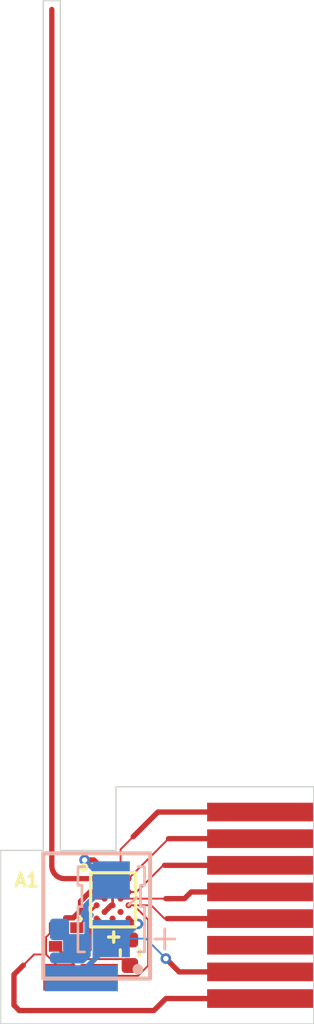
<source format=kicad_pcb>
(kicad_pcb (version 20240108) (generator "pcbnew") (generator_version "8.0")
  (layers (0 "F.Cu" signal) (31 "B.Cu" signal) (34 "B.Paste" user) (35 "F.Paste" user) (36 "B.SilkS" user "B.Silkscreen") (37 "F.SilkS" user "F.Silkscreen") (38 "B.Mask" user) (39 "F.Mask" user) (44 "Edge.Cuts" user))
  (net 0 "")
  (net 1 "/+VE")
  (net 2 "/GND")
  (net 3 "Net-(U1-RFIOp)")
  (net 5 "Net-(U1-XTAL32Mm)")
  (net 6 "Net-(U1-XTAL32Mp)")
  (net 7 "Net-(J1-Pin_2)")
  (net 8 "Net-(J1-Pin_3)")
  (net 9 "Net-(J1-Pin_4)")
  (net 10 "Net-(J1-Pin_5)")
  (net 11 "Net-(J1-Pin_6)")
  (net 12 "Net-(J1-Pin_1)")
  (footprint "Library:FPC_1x08_P1.00mm_plug_3mm" (layer "F.Cu") (at 156.95 90.5)
    (property "Reference" "J1" (hide yes))
    (property "Value" "Conn_01x08_Pin" (hide yes))
    (pad "1" connect rect (at 2 -3.5) (size 4 0.7) (layers "F.Cu" "F.Mask") (net 12 "Net-(J1-Pin_1)"))
    (pad "2" connect rect (at 2 -2.5) (size 4 0.7) (layers "F.Cu" "F.Mask") (net 7 "Net-(J1-Pin_2)"))
    (pad "3" connect rect (at 2 -1.5) (size 4 0.7) (layers "F.Cu" "F.Mask") (net 8 "Net-(J1-Pin_3)"))
    (pad "4" connect rect (at 2 -0.5) (size 4 0.7) (layers "F.Cu" "F.Mask") (net 9 "Net-(J1-Pin_4)"))
    (pad "5" connect rect (at 2 0.5) (size 4 0.7) (layers "F.Cu" "F.Mask") (net 10 "Net-(J1-Pin_5)"))
    (pad "6" connect rect (at 2 1.5) (size 4 0.7) (layers "F.Cu" "F.Mask") (net 11 "Net-(J1-Pin_6)"))
    (pad "7" connect rect (at 2 2.5) (size 4 0.7) (layers "F.Cu" "F.Mask") (net 1 "/+VE"))
    (pad "8" connect rect (at 2 3.5) (size 4 0.7) (layers "F.Cu" "F.Mask") (net 2 "/GND"))
  )
  (footprint "Library:Crystal_SMD_Abracon_ABM13W-4Pin_1.2x1.0mm" (layer "F.Cu") (at 151.66 91.69 180)
    (property "Reference" "Y1" (hide yes))
    (property "Value" "Crystal_GND24" (hide yes))
    (pad "1" smd rect (at -0.4 0.35 180) (size 0.5 0.4) (layers "F.Cu" "F.Paste" "F.Mask") (net 6 "Net-(U1-XTAL32Mp)"))
    (pad "2" smd rect (at 0.4 0.35 180) (size 0.5 0.4) (layers "F.Cu" "F.Paste" "F.Mask") (net 2 "/GND"))
    (pad "3" smd rect (at 0.4 -0.35 180) (size 0.5 0.4) (layers "F.Cu" "F.Paste" "F.Mask") (net 5 "Net-(U1-XTAL32Mm)"))
    (pad "4" smd rect (at -0.4 -0.35 180) (size 0.5 0.4) (layers "F.Cu" "F.Paste" "F.Mask") (net 2 "/GND"))
  )
  (footprint "" (layer "F.Cu") (at 152.1 93.35)
    (property "Reference" "" (at 0 0 0) (layer "F.SilkS") (effects (font (size 1.27 1.27))))
    (property "Value" "")
    (pad "2" smd rect (at 0.125 -0.1125 270) (size 0.975 2.75) (layers "B.Cu" "B.Paste" "B.Mask") (net 1 "/+VE"))
  )
  (footprint "Library:DA14531_17-ball_WLCSP" (layer "F.Cu") (at 153.422 90.295)
    (property "Reference" "U1" (hide yes))
    (property "Value" "DA14531_17-ball_WLCSP" (hide yes))
    (fp_line (start -0.8464 -1.0161) (end -0.8464 1.0161) (stroke (width 0.12)) (layer "F.SilkS"))
    (fp_line (start -0.8464 1.0161) (end 0.8474 1.0161) (stroke (width 0.12)) (layer "F.SilkS"))
    (fp_line (start 0.8474 -1.0161) (end -0.8464 -1.0161) (stroke (width 0.12)) (layer "F.SilkS"))
    (fp_line (start 0.8474 1.0161) (end 0.8474 -1.0161) (stroke (width 0.12)) (layer "F.SilkS"))
    (fp_circle (center -1.1004 -1.2193) (end -1.0242 -1.1431) (stroke (width 0.12)) (fill none) (layer "F.SilkS"))
    (pad "A1" smd circle (at -0.622 -0.795) (size 0.227 0.227) (layers "F.Cu" "F.Paste" "F.Mask") (net 3 "Net-(U1-RFIOp)"))
    (pad "A3" smd circle (at -0.022 -0.795) (size 0.227 0.227) (layers "F.Cu" "F.Paste" "F.Mask") (net 2 "/GND"))
    (pad "A5" smd circle (at 0.578 -0.795) (size 0.227 0.227) (layers "F.Cu" "F.Paste" "F.Mask") (net 7 "Net-(J1-Pin_2)"))
    (pad "B4" smd circle (at 0.278 -0.545) (size 0.227 0.227) (layers "F.Cu" "F.Paste" "F.Mask") (net 12 "Net-(J1-Pin_1)"))
    (pad "C1" smd circle (at -0.622 -0.295) (size 0.227 0.227) (layers "F.Cu" "F.Paste" "F.Mask") (net 2 "/GND"))
    (pad "C3" smd circle (at -0.022 -0.295) (size 0.227 0.227) (layers "F.Cu" "F.Paste" "F.Mask") (net 2 "/GND"))
    (pad "C5" smd circle (at 0.578 -0.295) (size 0.227 0.227) (layers "F.Cu" "F.Paste" "F.Mask") (net 8 "Net-(J1-Pin_3)"))
    (pad "D2" smd circle (at -0.322 -0.045) (size 0.227 0.227) (layers "F.Cu" "F.Paste" "F.Mask") (net 6 "Net-(U1-XTAL32Mp)"))
    (pad "D4" smd circle (at 0.278 -0.045) (size 0.227 0.227) (layers "F.Cu" "F.Paste" "F.Mask") (net 9 "Net-(J1-Pin_4)"))
    (pad "E1" smd circle (at -0.622 0.205) (size 0.227 0.227) (layers "F.Cu" "F.Paste" "F.Mask") (net 5 "Net-(U1-XTAL32Mm)"))
    (pad "E3" smd circle (at -0.022 0.205) (size 0.227 0.227) (layers "F.Cu" "F.Paste" "F.Mask") (net 2 "/GND"))
    (pad "E5" smd circle (at 0.578 0.205) (size 0.227 0.227) (layers "F.Cu" "F.Paste" "F.Mask") (net 10 "Net-(J1-Pin_5)"))
    (pad "F2" smd circle (at -0.322 0.455) (size 0.227 0.227) (layers "F.Cu" "F.Paste" "F.Mask") (net 2 "/GND"))
    (pad "F4" smd circle (at 0.278 0.455) (size 0.227 0.227) (layers "F.Cu" "F.Paste" "F.Mask") (net 11 "Net-(J1-Pin_6)"))
    (pad "G1" smd circle (at -0.622 0.705) (size 0.227 0.227) (layers "F.Cu" "F.Paste" "F.Mask") (net 1 "/+VE"))
    (pad "G3" smd circle (at -0.022 0.705) (size 0.227 0.227) (layers "F.Cu" "F.Paste" "F.Mask"))
    (pad "G5" smd circle (at 0.578 0.705) (size 0.227 0.227) (layers "F.Cu" "F.Paste" "F.Mask") (net 1 "/+VE"))
  )
  (footprint "" (layer "F.Cu") (at 152.9 93.3)
    (property "Reference" "" (at 0 0 0) (layer "F.SilkS") (effects (font (size 1.27 1.27))))
    (property "Value" "")
    (pad "2" smd rect (at 0 -0.1 270) (size 1 1.4) (layers "F.Cu" "F.Paste" "F.Mask") (net 10 "Net-(J1-Pin_5)"))
  )
  (footprint "" (layer "F.Cu") (at 151.3 93.3)
    (property "Reference" "" (at 0 0 0) (layer "F.SilkS") (effects (font (size 1.27 1.27))))
    (property "Value" "")
    (pad "2" smd rect (at 0.1 -0.1 270) (size 1 1.2) (layers "F.Cu" "F.Paste" "F.Mask") (net 2 "/GND"))
  )
  (footprint "Capacitor_SMD:C_0402_1005Metric" (layer "F.Cu") (at 154.05 92.28 -90)
    (property "Reference" "C1" (hide yes))
    (property "Value" "C" (hide yes))
    (fp_line (start -0.107836 0.36) (end 0.107836 0.36) (stroke (width 0.12)) (layer "F.SilkS"))
    (fp_line (start -0.107836 -0.36) (end 0.107836 -0.36) (stroke (width 0.12)) (layer "F.SilkS"))
    (pad "1" smd roundrect (at -0.48 0 270) (size 0.56 0.62) (layers "F.Cu" "F.Paste" "F.Mask") (net 1 "/+VE"))
    (pad "2" smd roundrect (at 0.48 0 270) (size 0.56 0.62) (layers "F.Cu" "F.Paste" "F.Mask") (net 2 "/GND"))
  )
  (footprint "Library:CAPCP3225X100N_improved" (layer "B.Cu") (at 153.35 90.65 90)
    (property "Reference" "C2" (hide yes))
    (property "Value" "CP3225A" (hide yes))
    (fp_line (start 1.6 -1.25) (end 0.9 -1.25) (stroke (width 0.1)) (layer "B.SilkS"))
    (fp_line (start 0.9 -1.25) (end 0.9 -1.1) (stroke (width 0.1)) (layer "B.SilkS"))
    (fp_line (start 0.1 -1.25) (end -1.6 -1.25) (stroke (width 0.1)) (layer "B.SilkS"))
    (fp_line (start -1.6 -1.25) (end -1.6 -1) (stroke (width 0.1)) (layer "B.SilkS"))
    (fp_line (start 0.9 -1.1) (end 0.1 -1.1) (stroke (width 0.1)) (layer "B.SilkS"))
    (fp_line (start 0.1 -1.1) (end 0.1 -1.25) (stroke (width 0.1)) (layer "B.SilkS"))
    (fp_line (start 1.6 -1) (end 1.6 -1.25) (stroke (width 0.1)) (layer "B.SilkS"))
    (fp_line (start 0.45 0.95) (end 0.15 0.65) (stroke (width 0.1)) (layer "B.SilkS"))
    (fp_line (start 1.6 1) (end 1.6 1.25) (stroke (width 0.1)) (layer "B.SilkS"))
    (fp_line (start 0.9 1.1) (end 0.1 1.1) (stroke (width 0.1)) (layer "B.SilkS"))
    (fp_line (start 0.1 1.1) (end 0.1 1.25) (stroke (width 0.1)) (layer "B.SilkS"))
    (fp_line (start 1.6 1.25) (end 0.9 1.25) (stroke (width 0.1)) (layer "B.SilkS"))
    (fp_line (start 0.9 1.25) (end 0.9 1.1) (stroke (width 0.1)) (layer "B.SilkS"))
    (fp_line (start 0.1 1.25) (end -1.6 1.25) (stroke (width 0.1)) (layer "B.SilkS"))
    (fp_line (start -1.6 1.25) (end -1.6 1) (stroke (width 0.1)) (layer "B.SilkS"))
    (fp_circle (center -2.25 1) (end -2.15 1) (stroke (width 0.2)) (fill none) (layer "B.SilkS"))
    (fp_text user "+" (at -1.8 1.5 -90) (layer "B.SilkS") (effects (font (thickness 0.1)) (justify left bottom mirror)))
    (pad "1" smd rect (at -1.1 0 270) (size 1.4 1.4) (layers "B.Cu" "B.Paste" "B.Mask") (net 1 "/+VE"))
    (pad "2" smd rect (at 1.1 0 270) (size 1.4 1.4) (layers "B.Cu" "B.Paste" "B.Mask") (net 2 "/GND"))
  )
  (gr_arc (start 151.602702 89.5) (mid 151.26 89.357201) (end 151.120095 89.013308) (stroke (width 0.2)) (layer "F.Cu") (net 3))
  (gr_line (start 150.795 93.25) (end 154.805 93.25) (stroke (width 0.15)) (layer "B.SilkS"))
  (gr_line (start 154.81 88.55) (end 154.81 93.25) (stroke (width 0.15)) (layer "B.SilkS"))
  (gr_line (start 150.8 88.55) (end 154.81 88.55) (stroke (width 0.15)) (layer "B.SilkS"))
  (gr_line (start 150.8 93.25) (end 150.8 88.55) (stroke (width 0.15)) (layer "B.SilkS"))
  (gr_line (start 150.8 88.55) (end 154.81 88.55) (stroke (width 0.15)) (layer "F.SilkS"))
  (gr_line (start 154.81 88.55) (end 154.81 93.25) (stroke (width 0.15)) (layer "F.SilkS"))
  (gr_line (start 150.8 93.25) (end 150.8 88.55) (stroke (width 0.15)) (layer "F.SilkS"))
  (gr_line (start 150.795 93.25) (end 154.805 93.25) (stroke (width 0.15)) (layer "F.SilkS"))
  (gr_line (start 150.8 88.44) (end 150.8 56.55) (stroke (width 0.05)) (layer "Edge.Cuts"))
  (gr_line (start 149.2 88.44) (end 150.8 88.44) (stroke (width 0.05)) (layer "Edge.Cuts"))
  (gr_line (start 153.53 86.05) (end 160.95 86.05) (stroke (width 0.05)) (layer "Edge.Cuts"))
  (gr_line (start 151.44 88.44) (end 153.53 88.44) (stroke (width 0.05)) (layer "Edge.Cuts"))
  (gr_line (start 149.2 94.95) (end 160.95 94.95) (stroke (width 0.05)) (layer "Edge.Cuts"))
  (gr_line (start 150.8 56.55) (end 151.44 56.55) (stroke (width 0.05)) (layer "Edge.Cuts"))
  (gr_line (start 160.95 86.05) (end 160.95 94.95) (stroke (width 0.05)) (layer "Edge.Cuts"))
  (gr_line (start 153.53 88.44) (end 153.53 86.05) (stroke (width 0.05)) (layer "Edge.Cuts"))
  (gr_line (start 151.44 56.55) (end 151.44 88.44) (stroke (width 0.05)) (layer "Edge.Cuts"))
  (gr_line (start 149.2 94.95) (end 149.2 88.44) (stroke (width 0.05)) (layer "Edge.Cuts"))
  (gr_text "A1" (at 149.65 89.85 0) (layer "F.SilkS") (effects (font (size 0.5 0.5) (thickness 0.125)) (justify left bottom)))
  (gr_text "." (at 152 91.1 0) (layer "F.SilkS") (effects (font (size 0.5 0.5) (thickness 0.125)) (justify left bottom)))
  (gr_text "+" (at 153.05 91.95 0) (layer "F.SilkS") (effects (font (size 0.5 0.5) (thickness 0.125)) (justify left bottom)))
  (segment (start 154 91) (end 154 91.89) (width 0.2) (layer "F.Cu") (net 1))
  (segment (start 152.8 91) (end 153.74 91.94) (width 0.2) (layer "F.Cu") (net 1))
  (segment (start 154.2 91.2) (end 154 91) (width 0.2) (layer "F.Cu") (net 1))
  (segment (start 155.9 93) (end 158.95 93) (width 0.2) (layer "F.Cu") (net 1))
  (segment (start 155.4 92.5) (end 155.9 93) (width 0.2) (layer "F.Cu") (net 1))
  (segment (start 154 91.89) (end 154.05 91.94) (width 0.2) (layer "F.Cu") (net 1))
  (segment (start 154.14 91.85) (end 154.05 91.94) (width 0.07) (layer "F.Cu") (net 1))
  (segment (start 154.35 91.2) (end 154.2 91.2) (width 0.2) (layer "F.Cu") (net 1))
  (segment (start 154.05 91.94) (end 154.05 91.8) (width 0.2) (layer "F.Cu") (net 1))
  (segment (start 153.74 91.94) (end 154.05 91.94) (width 0.2) (layer "F.Cu") (net 1))
  (via (at 155.4 92.5) (size 0.4) (drill 0.2) (layers "F.Cu" "B.Cu") (net 1))
  (via (at 154.35 91.2) (size 0.4) (drill 0.2) (layers "F.Cu" "B.Cu") (net 1))
  (segment (start 154.65 91.75) (end 155.4 92.5) (width 0.07) (layer "B.Cu") (net 1))
  (segment (start 153.8 91.75) (end 154.35 91.2) (width 0.2) (layer "B.Cu") (net 1))
  (segment (start 153.35 91.75) (end 154.65 91.75) (width 0.07) (layer "B.Cu") (net 1))
  (segment (start 153.6 91.5) (end 153.35 91.75) (width 0.2) (layer "B.Cu") (net 1))
  (segment (start 153.35 91.75) (end 153.8 91.75) (width 0.2) (layer "B.Cu") (net 1))
  (segment (start 153.35 91.75) (end 153.35 91.9) (width 0.2) (layer "B.Cu") (net 1))
  (segment (start 153.35 91.9) (end 152.3 92.95) (width 0.2) (layer "B.Cu") (net 1))
  (segment (start 155.4 94) (end 156.05 94) (width 0.07) (layer "F.Cu") (net 2))
  (segment (start 149.9 94.45) (end 154.95 94.45) (width 0.2) (layer "F.Cu") (net 2))
  (segment (start 152.35 88.8) (end 152.33 88.78) (width 0.2) (layer "F.Cu") (net 2))
  (segment (start 153.2865 89.8865) (end 152.9135 89.8865) (width 0.2) (layer "F.Cu") (net 2))
  (segment (start 151.36 91.34) (end 152.06 92.04) (width 0.2) (layer "F.Cu") (net 2))
  (segment (start 150.905 92.345) (end 150.905 91.695) (width 0.07) (layer "F.Cu") (net 2))
  (segment (start 153.81 92.52) (end 154.05 92.76) (width 0.07) (layer "F.Cu") (net 2))
  (segment (start 151.64 90.97) (end 151.925 90.97) (width 0.2) (layer "F.Cu") (net 2))
  (segment (start 150.905 91.695) (end 151.26 91.34) (width 0.07) (layer "F.Cu") (net 2))
  (segment (start 153.2865 89.8865) (end 153.2865 89.6135) (width 0.2) (layer "F.Cu") (net 2))
  (segment (start 152.195 90.7) (end 152.195 90.355) (width 0.2) (layer "F.Cu") (net 2))
  (segment (start 151.64 91.16) (end 151.64 90.97) (width 0.2) (layer "F.Cu") (net 2))
  (segment (start 152.08 92.52) (end 153.81 92.52) (width 0.07) (layer "F.Cu") (net 2))
  (segment (start 153.2865 89.6135) (end 153.4 89.5) (width 0.2) (layer "F.Cu") (net 2))
  (segment (start 156.05 94) (end 158.95 94) (width 0.07) (layer "F.Cu") (net 2))
  (segment (start 152.7 88.8) (end 153.4 89.5) (width 0.2) (layer "F.Cu") (net 2))
  (segment (start 151.65 92.95) (end 151.51 92.95) (width 0.07) (layer "F.Cu") (net 2))
  (segment (start 150.455 92.345) (end 150.05 92.75) (width 0.07) (layer "F.Cu") (net 2))
  (segment (start 153.4 90) (end 153.4 90.5) (width 0.1) (layer "F.Cu") (net 2))
  (segment (start 151.46 91.34) (end 151.64 91.16) (width 0.2) (layer "F.Cu") (net 2))
  (segment (start 154.95 94.45) (end 155.4 94) (width 0.2) (layer "F.Cu") (net 2))
  (segment (start 153.4 90) (end 153.2865 89.8865) (width 0.2) (layer "F.Cu") (net 2))
  (segment (start 153.4 90.5) (end 153.35 90.5) (width 0.2) (layer "F.Cu") (net 2))
  (segment (start 151.51 92.95) (end 150.905 92.345) (width 0.07) (layer "F.Cu") (net 2))
  (segment (start 151.26 91.34) (end 151.46 91.34) (width 0.2) (layer "F.Cu") (net 2))
  (segment (start 152.195 90.355) (end 152.55 90) (width 0.2) (layer "F.Cu") (net 2))
  (segment (start 151.65 92.95) (end 152.08 92.52) (width 0.07) (layer "F.Cu") (net 2))
  (segment (start 152.9135 89.8865) (end 152.8 90) (width 0.2) (layer "F.Cu") (net 2))
  (segment (start 149.7 93.1) (end 149.7 94.25) (width 0.2) (layer "F.Cu") (net 2))
  (segment (start 152.35 88.8) (end 152.7 88.8) (width 0.2) (layer "F.Cu") (net 2))
  (segment (start 152.55 90) (end 152.8 90) (width 0.2) (layer "F.Cu") (net 2))
  (segment (start 149.7 94.25) (end 149.9 94.45) (width 0.2) (layer "F.Cu") (net 2))
  (segment (start 151.26 91.34) (end 151.36 91.34) (width 0.2) (layer "F.Cu") (net 2))
  (segment (start 150.05 92.75) (end 149.7 93.1) (width 0.2) (layer "F.Cu") (net 2))
  (segment (start 153.35 90.5) (end 153.1 90.75) (width 0.2) (layer "F.Cu") (net 2))
  (segment (start 155.4 94) (end 158.95 94) (width 0.2) (layer "F.Cu") (net 2))
  (segment (start 151.925 90.97) (end 152.195 90.7) (width 0.2) (layer "F.Cu") (net 2))
  (segment (start 150.905 92.345) (end 150.455 92.345) (width 0.07) (layer "F.Cu") (net 2))
  (via (at 152.35 88.8) (size 0.4) (drill 0.2) (layers "F.Cu" "B.Cu") (net 2))
  (segment (start 152.44 90.94) (end 152.44 91.76) (width 0.2) (layer "B.Cu") (net 2))
  (segment (start 152.44 91.76) (end 151.95 92.25) (width 0.2) (layer "B.Cu") (net 2))
  (segment (start 153.1 89.55) (end 153.35 89.55) (width 0.2) (layer "B.Cu") (net 2))
  (segment (start 153.35 89.55) (end 152.4 90.5) (width 0.2) (layer "B.Cu") (net 2))
  (segment (start 152.35 88.8) (end 153.1 89.55) (width 0.2) (layer "B.Cu") (net 2))
  (segment (start 152.4 90.9) (end 152.44 90.94) (width 0.2) (layer "B.Cu") (net 2))
  (segment (start 153.7 89.6) (end 153.35 89.6) (width 0.2) (layer "B.Cu") (net 2))
  (segment (start 152.4 90.5) (end 152.4 90.9) (width 0.2) (layer "B.Cu") (net 2))
  (segment (start 151.12 88.993325) (end 151.12 56.88) (width 0.2) (layer "F.Cu") (net 3))
  (segment (start 151.117393 88.995932) (end 151.12 88.993325) (width 0.2) (layer "F.Cu") (net 3))
  (segment (start 152.8 89.5) (end 151.617376 89.5) (width 0.2) (layer "F.Cu") (net 3))
  (segment (start 152.5665 90.7335) (end 152.5665 92.1835) (width 0.1) (layer "F.Cu") (net 5))
  (segment (start 151.58 92.36) (end 151.26 92.04) (width 0.1) (layer "F.Cu") (net 5))
  (segment (start 152.8 90.5) (end 152.5665 90.7335) (width 0.1) (layer "F.Cu") (net 5))
  (segment (start 152.5665 92.1835) (end 152.39 92.36) (width 0.1) (layer "F.Cu") (net 5))
  (segment (start 152.39 92.36) (end 151.58 92.36) (width 0.1) (layer "F.Cu") (net 5))
  (segment (start 152.62 90.25) (end 152.4 90.47) (width 0.07) (layer "F.Cu") (net 6))
  (segment (start 152.4 90.47) (end 152.4 91) (width 0.07) (layer "F.Cu") (net 6))
  (segment (start 153.1 90.25) (end 152.62 90.25) (width 0.07) (layer "F.Cu") (net 6))
  (segment (start 152.4 91) (end 152.06 91.34) (width 0.07) (layer "F.Cu") (net 6))
  (segment (start 154 89.5) (end 155.5 88) (width 0.07) (layer "F.Cu") (net 7))
  (segment (start 155.5 88) (end 158.95 88) (width 0.2) (layer "F.Cu") (net 7))
  (segment (start 155.3 89) (end 154.3 90) (width 0.07) (layer "F.Cu") (net 8))
  (segment (start 155.35 89) (end 158.95 89) (width 0.2) (layer "F.Cu") (net 8))
  (segment (start 154.3 90) (end 154 90) (width 0.07) (layer "F.Cu") (net 8))
  (segment (start 155.35 89) (end 155.3 89) (width 0.07) (layer "F.Cu") (net 8))
  (segment (start 156.35 90) (end 156.4 90) (width 0.2) (layer "F.Cu") (net 9))
  (segment (start 156.1 90.25) (end 156.35 90) (width 0.2) (layer "F.Cu") (net 9))
  (segment (start 155.4 90.25) (end 156.1 90.25) (width 0.2) (layer "F.Cu") (net 9))
  (segment (start 156.4 90) (end 158.95 90) (width 0.2) (layer "F.Cu") (net 9))
  (segment (start 153.7 90.25) (end 155.4 90.25) (width 0.07) (layer "F.Cu") (net 9))
  (segment (start 154.355 93.145) (end 154.735 92.765) (width 0.07) (layer "F.Cu") (net 10))
  (segment (start 155.45 91) (end 158.95 91) (width 0.2) (layer "F.Cu") (net 10))
  (segment (start 154.85 90.5) (end 154 90.5) (width 0.07) (layer "F.Cu") (net 10))
  (segment (start 155.35 91) (end 154.85 90.5) (width 0.07) (layer "F.Cu") (net 10))
  (segment (start 154.194473 90.5) (end 154 90.5) (width 0.07) (layer "F.Cu") (net 10))
  (segment (start 153.145 93.145) (end 154.355 93.145) (width 0.07) (layer "F.Cu") (net 10))
  (segment (start 154.735 92.765) (end 154.735 91.040527) (width 0.07) (layer "F.Cu") (net 10))
  (segment (start 154 90.5) (end 154.2 90.5) (width 0.07) (layer "F.Cu") (net 10))
  (segment (start 154.735 91.040527) (end 154.247236 90.552764) (width 0.07) (layer "F.Cu") (net 10))
  (segment (start 152.95 92.95) (end 153.145 93.145) (width 0.07) (layer "F.Cu") (net 10))
  (segment (start 154.2 90.5) (end 154.247236 90.547236) (width 0.07) (layer "F.Cu") (net 10))
  (segment (start 155.45 91) (end 155.35 91) (width 0.07) (layer "F.Cu") (net 10))
  (segment (start 154.247236 90.547236) (end 154.247236 90.552764) (width 0.07) (layer "F.Cu") (net 10))
  (segment (start 154.247236 90.552764) (end 154.194473 90.5) (width 0.07) (layer "F.Cu") (net 10))
  (segment (start 154.175 87.925) (end 153.7 88.4) (width 0.07) (layer "F.Cu") (net 12))
  (segment (start 153.7 88.4) (end 153.7 89.75) (width 0.07) (layer "F.Cu") (net 12))
  (segment (start 155.1 87) (end 158.95 87) (width 0.2) (layer "F.Cu") (net 12))
  (segment (start 154.175 87.925) (end 155.1 87) (width 0.2) (layer "F.Cu") (net 12))
  (zone (net 0) (net_name "") (layer "B.Cu") (connect_pads (clearance 0)) (min_thickness 0.25)
    (keepout (tracks allowed) (vias allowed) (pads allowed) (copperpour not_allowed) (footprints allowed))
    (fill (thermal_gap 0.5) (thermal_bridge_width 0.5))
    (polygon (pts (xy 152.2 88.55) (xy 152.2 91) (xy 151 91) (xy 151 88.55)))
  )
  (zone (net 0) (net_name "") (layer "B.Cu") (connect_pads (clearance 0)) (min_thickness 0.25)
    (keepout (tracks not_allowed) (vias not_allowed) (pads not_allowed) (copperpour not_allowed) (footprints allowed))
    (fill (thermal_gap 0.5) (thermal_bridge_width 0.5))
    (polygon (pts (xy 152.34 91.11) (xy 152.34 91.58) (xy 151.77 91.58) (xy 151.77 91.11)))
  )
  (zone (net 0) (net_name "") (layer "B.Cu") (connect_pads (clearance 0)) (min_thickness 0.25)
    (keepout (tracks allowed) (vias not_allowed) (pads not_allowed) (copperpour not_allowed) (footprints allowed))
    (fill (thermal_gap 0.5) (thermal_bridge_width 0.5))
    (polygon (pts (xy 154.45 93.2) (xy 155.4 93.2) (xy 155.4 88.55) (xy 154.45 88.55)))
  )
  (zone (net 0) (net_name "") (layer "B.Cu") (connect_pads (clearance 0)) (min_thickness 0.25)
    (keepout (tracks allowed) (vias not_allowed) (pads not_allowed) (copperpour not_allowed) (footprints allowed))
    (fill (thermal_gap 0.5) (thermal_bridge_width 0.5))
    (polygon (pts (xy 150.1 93.2) (xy 151.05 93.2) (xy 151.05 88.55) (xy 150.1 88.55)))
  )
  (zone (net 0) (net_name "") (layer "B.Cu") (connect_pads (clearance 0)) (min_thickness 0.25)
    (keepout (tracks allowed) (vias not_allowed) (pads not_allowed) (copperpour not_allowed) (footprints allowed))
    (fill (thermal_gap 0.5) (thermal_bridge_width 0.5))
    (polygon (pts (xy 150.1 88.55) (xy 155.4 88.55) (xy 155.4 87.65) (xy 150.1 87.65)))
  )
  (zone (net 2) (net_name "/GND") (layer "B.Cu") (priority 1) (connect_pads (clearance 0)) (min_thickness 0.25) (fill yes (thermal_gap 0.5) (thermal_bridge_width 0.5))
    (polygon (pts (xy 150.1 87.65) (xy 155.4 87.65) (xy 155.4 94.2) (xy 150.1 94.2)))
  )
  (zone (net 0) (net_name "") (layer "B.Cu") (connect_pads (clearance 0)) (min_thickness 0.25)
    (keepout (tracks allowed) (vias not_allowed) (pads not_allowed) (copperpour not_allowed) (footprints allowed))
    (fill (thermal_gap 0.5) (thermal_bridge_width 0.5))
    (polygon (pts (xy 150.1 94.2) (xy 155.4 94.2) (xy 155.4 93.2) (xy 150.1 93.2)))
  )
  (zone (net 0) (net_name "") (layer "B.Cu") (connect_pads (clearance 0)) (min_thickness 0.25)
    (keepout (tracks not_allowed) (vias not_allowed) (pads not_allowed) (copperpour not_allowed) (footprints allowed))
    (fill (thermal_gap 0.5) (thermal_bridge_width 0.5))
    (polygon (pts (xy 150.98 91.81) (xy 151.54 91.81) (xy 151.54 92.27) (xy 150.98 92.27)))
  )
  (zone (net 0) (net_name "") (layer "B.Cu") (connect_pads (clearance 0)) (min_thickness 0.25)
    (keepout (tracks allowed) (vias allowed) (pads allowed) (copperpour not_allowed) (footprints allowed))
    (fill (thermal_gap 0.5) (thermal_bridge_width 0.5))
    (polygon (pts (xy 153.5 92.5) (xy 154.1 92.5) (xy 154.1 91.85) (xy 154.6 91.85) (xy 154.6 93.25) (xy 153.5 93.25)))
  )
)
</source>
